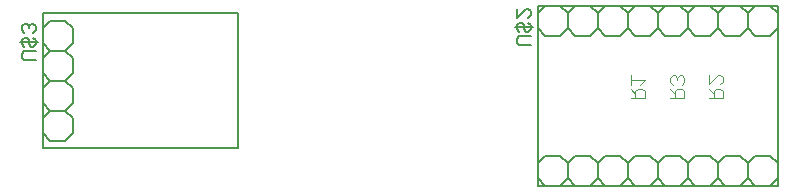
<source format=gbo>
G75*
%MOIN*%
%OFA0B0*%
%FSLAX25Y25*%
%IPPOS*%
%LPD*%
%AMOC8*
5,1,8,0,0,1.08239X$1,22.5*
%
%ADD10C,0.00400*%
%ADD11C,0.00600*%
%ADD12C,0.00500*%
D10*
X0224761Y0038074D02*
X0229365Y0038074D01*
X0229365Y0040376D01*
X0228598Y0041143D01*
X0227063Y0041143D01*
X0226296Y0040376D01*
X0226296Y0038074D01*
X0226296Y0039609D02*
X0224761Y0041143D01*
X0224761Y0042678D02*
X0224761Y0045747D01*
X0224761Y0044213D02*
X0229365Y0044213D01*
X0227830Y0042678D01*
X0237950Y0043445D02*
X0238717Y0042678D01*
X0237950Y0043445D02*
X0237950Y0044980D01*
X0238717Y0045747D01*
X0239485Y0045747D01*
X0240252Y0044980D01*
X0240252Y0044213D01*
X0240252Y0044980D02*
X0241019Y0045747D01*
X0241787Y0045747D01*
X0242554Y0044980D01*
X0242554Y0043445D01*
X0241787Y0042678D01*
X0241787Y0041143D02*
X0240252Y0041143D01*
X0239485Y0040376D01*
X0239485Y0038074D01*
X0239485Y0039609D02*
X0237950Y0041143D01*
X0237950Y0038074D02*
X0242554Y0038074D01*
X0242554Y0040376D01*
X0241787Y0041143D01*
X0250785Y0041183D02*
X0252319Y0039648D01*
X0252319Y0040415D02*
X0252319Y0038113D01*
X0250785Y0038113D02*
X0255389Y0038113D01*
X0255389Y0040415D01*
X0254621Y0041183D01*
X0253087Y0041183D01*
X0252319Y0040415D01*
X0250785Y0042717D02*
X0253854Y0045787D01*
X0254621Y0045787D01*
X0255389Y0045019D01*
X0255389Y0043485D01*
X0254621Y0042717D01*
X0250785Y0042717D02*
X0250785Y0045787D01*
D11*
X0251250Y0059000D02*
X0246250Y0059000D01*
X0243750Y0061500D01*
X0241250Y0059000D01*
X0236250Y0059000D01*
X0233750Y0061500D01*
X0231250Y0059000D01*
X0226250Y0059000D01*
X0223750Y0061500D01*
X0223750Y0066500D01*
X0226250Y0069000D01*
X0231250Y0069000D01*
X0233750Y0066500D01*
X0233750Y0061500D01*
X0233750Y0066500D02*
X0236250Y0069000D01*
X0241250Y0069000D01*
X0243750Y0066500D01*
X0243750Y0061500D01*
X0243750Y0066500D02*
X0246250Y0069000D01*
X0251250Y0069000D01*
X0253750Y0066500D01*
X0253750Y0061500D01*
X0256250Y0059000D01*
X0261250Y0059000D01*
X0263750Y0061500D01*
X0266250Y0059000D01*
X0271250Y0059000D01*
X0273750Y0061500D01*
X0273750Y0066500D01*
X0271250Y0069000D01*
X0266250Y0069000D01*
X0263750Y0066500D01*
X0261250Y0069000D01*
X0256250Y0069000D01*
X0253750Y0066500D01*
X0253750Y0061500D02*
X0251250Y0059000D01*
X0263750Y0061500D02*
X0263750Y0066500D01*
X0223750Y0066500D02*
X0221250Y0069000D01*
X0216250Y0069000D01*
X0213750Y0066500D01*
X0211250Y0069000D01*
X0206250Y0069000D01*
X0203750Y0066500D01*
X0201250Y0069000D01*
X0196250Y0069000D01*
X0193750Y0066500D01*
X0193750Y0061500D01*
X0196250Y0059000D01*
X0201250Y0059000D01*
X0203750Y0061500D01*
X0206250Y0059000D01*
X0211250Y0059000D01*
X0213750Y0061500D01*
X0216250Y0059000D01*
X0221250Y0059000D01*
X0223750Y0061500D01*
X0213750Y0061500D02*
X0213750Y0066500D01*
X0203750Y0066500D02*
X0203750Y0061500D01*
X0201250Y0019000D02*
X0196250Y0019000D01*
X0193750Y0016500D01*
X0193750Y0011500D01*
X0196250Y0009000D01*
X0201250Y0009000D01*
X0203750Y0011500D01*
X0206250Y0009000D01*
X0211250Y0009000D01*
X0213750Y0011500D01*
X0216250Y0009000D01*
X0221250Y0009000D01*
X0223750Y0011500D01*
X0226250Y0009000D01*
X0231250Y0009000D01*
X0233750Y0011500D01*
X0236250Y0009000D01*
X0241250Y0009000D01*
X0243750Y0011500D01*
X0246250Y0009000D01*
X0251250Y0009000D01*
X0253750Y0011500D01*
X0256250Y0009000D01*
X0261250Y0009000D01*
X0263750Y0011500D01*
X0266250Y0009000D01*
X0271250Y0009000D01*
X0273750Y0011500D01*
X0273750Y0016500D01*
X0271250Y0019000D01*
X0266250Y0019000D01*
X0263750Y0016500D01*
X0261250Y0019000D01*
X0256250Y0019000D01*
X0253750Y0016500D01*
X0253750Y0011500D01*
X0253750Y0016500D02*
X0251250Y0019000D01*
X0246250Y0019000D01*
X0243750Y0016500D01*
X0241250Y0019000D01*
X0236250Y0019000D01*
X0233750Y0016500D01*
X0231250Y0019000D01*
X0226250Y0019000D01*
X0223750Y0016500D01*
X0223750Y0011500D01*
X0223750Y0016500D02*
X0221250Y0019000D01*
X0216250Y0019000D01*
X0213750Y0016500D01*
X0211250Y0019000D01*
X0206250Y0019000D01*
X0203750Y0016500D01*
X0201250Y0019000D01*
X0203750Y0016500D02*
X0203750Y0011500D01*
X0213750Y0011500D02*
X0213750Y0016500D01*
X0233750Y0016500D02*
X0233750Y0011500D01*
X0243750Y0011500D02*
X0243750Y0016500D01*
X0263750Y0016500D02*
X0263750Y0011500D01*
X0038750Y0026500D02*
X0038750Y0031500D01*
X0036250Y0034000D01*
X0038750Y0036500D01*
X0038750Y0041500D01*
X0036250Y0044000D01*
X0038750Y0046500D01*
X0038750Y0051500D01*
X0036250Y0054000D01*
X0038750Y0056500D01*
X0038750Y0061500D01*
X0036250Y0064000D01*
X0031250Y0064000D01*
X0028750Y0061500D01*
X0028750Y0056500D01*
X0031250Y0054000D01*
X0028750Y0051500D01*
X0028750Y0046500D01*
X0031250Y0044000D01*
X0036250Y0044000D01*
X0031250Y0044000D02*
X0028750Y0041500D01*
X0028750Y0036500D01*
X0031250Y0034000D01*
X0028750Y0031500D01*
X0028750Y0026500D01*
X0031250Y0024000D01*
X0036250Y0024000D01*
X0038750Y0026500D01*
X0036250Y0034000D02*
X0031250Y0034000D01*
X0031250Y0054000D02*
X0036250Y0054000D01*
D12*
X0028750Y0066500D02*
X0028750Y0021500D01*
X0093750Y0021500D01*
X0093750Y0066500D01*
X0028750Y0066500D01*
X0025553Y0062949D02*
X0024803Y0062949D01*
X0024052Y0062198D01*
X0023301Y0062949D01*
X0022551Y0062949D01*
X0021800Y0062198D01*
X0021800Y0060697D01*
X0022551Y0059946D01*
X0024052Y0061447D02*
X0024052Y0062198D01*
X0025553Y0062949D02*
X0026304Y0062198D01*
X0026304Y0060697D01*
X0025553Y0059946D01*
X0025553Y0058345D02*
X0026304Y0057594D01*
X0026304Y0056093D01*
X0025553Y0055342D01*
X0024803Y0055342D01*
X0024052Y0056093D01*
X0024052Y0057594D01*
X0023301Y0058345D01*
X0022551Y0058345D01*
X0021800Y0057594D01*
X0021800Y0056093D01*
X0022551Y0055342D01*
X0022551Y0053741D02*
X0021800Y0052990D01*
X0021800Y0051489D01*
X0022551Y0050738D01*
X0026304Y0050738D01*
X0026304Y0053741D02*
X0022551Y0053741D01*
X0021049Y0056843D02*
X0027054Y0056843D01*
X0186049Y0061843D02*
X0192054Y0061843D01*
X0191304Y0061093D02*
X0190553Y0060342D01*
X0189803Y0060342D01*
X0189052Y0061093D01*
X0189052Y0062594D01*
X0188301Y0063345D01*
X0187551Y0063345D01*
X0186800Y0062594D01*
X0186800Y0061093D01*
X0187551Y0060342D01*
X0187551Y0058741D02*
X0191304Y0058741D01*
X0191304Y0061093D02*
X0191304Y0062594D01*
X0190553Y0063345D01*
X0190553Y0064946D02*
X0191304Y0065697D01*
X0191304Y0067198D01*
X0190553Y0067949D01*
X0189803Y0067949D01*
X0186800Y0064946D01*
X0186800Y0067949D01*
X0193750Y0069000D02*
X0193750Y0009000D01*
X0273750Y0009000D01*
X0273750Y0069000D01*
X0193750Y0069000D01*
X0187551Y0058741D02*
X0186800Y0057990D01*
X0186800Y0056489D01*
X0187551Y0055738D01*
X0191304Y0055738D01*
M02*

</source>
